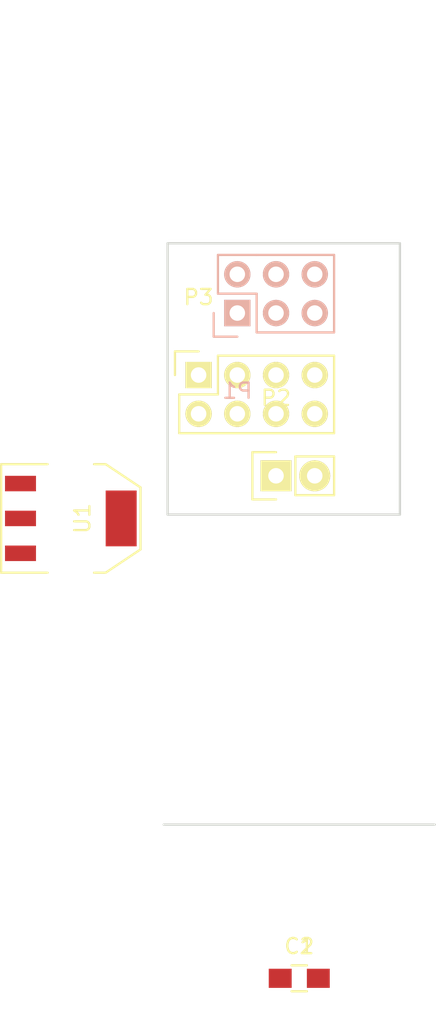
<source format=kicad_pcb>
(kicad_pcb (version 4) (host pcbnew 4.0.2-4+6225~38~ubuntu14.04.1-stable)

  (general
    (links 12)
    (no_connects 11)
    (area 156.034999 87.144999 173.965001 125.395001)
    (thickness 1.6)
    (drawings 11)
    (tracks 0)
    (zones 0)
    (modules 6)
    (nets 7)
  )

  (page A4)
  (layers
    (0 F.Cu signal)
    (31 B.Cu signal)
    (32 B.Adhes user)
    (33 F.Adhes user)
    (34 B.Paste user)
    (35 F.Paste user)
    (36 B.SilkS user)
    (37 F.SilkS user)
    (38 B.Mask user)
    (39 F.Mask user)
    (40 Dwgs.User user)
    (41 Cmts.User user)
    (42 Eco1.User user)
    (43 Eco2.User user)
    (44 Edge.Cuts user)
    (45 Margin user)
    (46 B.CrtYd user)
    (47 F.CrtYd user)
    (48 B.Fab user)
    (49 F.Fab user)
  )

  (setup
    (last_trace_width 0.3048)
    (trace_clearance 0.3048)
    (zone_clearance 0.508)
    (zone_45_only no)
    (trace_min 0.2032)
    (segment_width 0.2)
    (edge_width 0.15)
    (via_size 0.8128)
    (via_drill 0.4064)
    (via_min_size 0.8128)
    (via_min_drill 0.4064)
    (uvia_size 0.2032)
    (uvia_drill 0.1016)
    (uvias_allowed no)
    (uvia_min_size 0.2032)
    (uvia_min_drill 0.1016)
    (pcb_text_width 0.3)
    (pcb_text_size 1.5 1.5)
    (mod_edge_width 0.15)
    (mod_text_size 1 1)
    (mod_text_width 0.15)
    (pad_size 1.524 1.524)
    (pad_drill 0.762)
    (pad_to_mask_clearance 0.2)
    (aux_axis_origin 0 0)
    (grid_origin 165 105)
    (visible_elements FFFFF77F)
    (pcbplotparams
      (layerselection 0x010f0_80000001)
      (usegerberextensions true)
      (usegerberattributes true)
      (excludeedgelayer true)
      (linewidth 0.100000)
      (plotframeref false)
      (viasonmask false)
      (mode 1)
      (useauxorigin false)
      (hpglpennumber 1)
      (hpglpenspeed 20)
      (hpglpendiameter 15)
      (hpglpenoverlay 2)
      (psnegative false)
      (psa4output false)
      (plotreference true)
      (plotvalue true)
      (plotinvisibletext false)
      (padsonsilk false)
      (subtractmaskfromsilk true)
      (outputformat 1)
      (mirror false)
      (drillshape 0)
      (scaleselection 1)
      (outputdirectory ""))
  )

  (net 0 "")
  (net 1 GND)
  (net 2 3V3)
  (net 3 SCK)
  (net 4 MOSI)
  (net 5 MISO)
  (net 6 5V)

  (net_class Default "This is the default net class."
    (clearance 0.3048)
    (trace_width 0.3048)
    (via_dia 0.8128)
    (via_drill 0.4064)
    (uvia_dia 0.2032)
    (uvia_drill 0.1016)
    (add_net 3V3)
    (add_net 5V)
    (add_net GND)
    (add_net MISO)
    (add_net MOSI)
    (add_net SCK)
  )

  (module Socket_Strips:Socket_Strip_Straight_2x04 (layer F.Cu) (tedit 0) (tstamp 571F5DDA)
    (at 158.396 95.856)
    (descr "Through hole socket strip")
    (tags "socket strip")
    (path /57177ADC)
    (fp_text reference P3 (at 0 -5.1) (layer F.SilkS)
      (effects (font (size 1 1) (thickness 0.15)))
    )
    (fp_text value NRF_24L01 (at 0 -3.1) (layer F.Fab)
      (effects (font (size 1 1) (thickness 0.15)))
    )
    (fp_line (start -1.75 -1.75) (end -1.75 4.3) (layer F.CrtYd) (width 0.05))
    (fp_line (start 9.4 -1.75) (end 9.4 4.3) (layer F.CrtYd) (width 0.05))
    (fp_line (start -1.75 -1.75) (end 9.4 -1.75) (layer F.CrtYd) (width 0.05))
    (fp_line (start -1.75 4.3) (end 9.4 4.3) (layer F.CrtYd) (width 0.05))
    (fp_line (start 1.27 -1.27) (end 8.89 -1.27) (layer F.SilkS) (width 0.15))
    (fp_line (start 8.89 -1.27) (end 8.89 3.81) (layer F.SilkS) (width 0.15))
    (fp_line (start 8.89 3.81) (end -1.27 3.81) (layer F.SilkS) (width 0.15))
    (fp_line (start -1.27 3.81) (end -1.27 1.27) (layer F.SilkS) (width 0.15))
    (fp_line (start 0 -1.55) (end -1.55 -1.55) (layer F.SilkS) (width 0.15))
    (fp_line (start -1.27 1.27) (end 1.27 1.27) (layer F.SilkS) (width 0.15))
    (fp_line (start 1.27 1.27) (end 1.27 -1.27) (layer F.SilkS) (width 0.15))
    (fp_line (start -1.55 -1.55) (end -1.55 0) (layer F.SilkS) (width 0.15))
    (pad 1 thru_hole rect (at 0 0) (size 1.7272 1.7272) (drill 1.016) (layers *.Cu *.Mask F.SilkS)
      (net 1 GND))
    (pad 2 thru_hole oval (at 0 2.54) (size 1.7272 1.7272) (drill 1.016) (layers *.Cu *.Mask F.SilkS)
      (net 2 3V3))
    (pad 3 thru_hole oval (at 2.54 0) (size 1.7272 1.7272) (drill 1.016) (layers *.Cu *.Mask F.SilkS))
    (pad 4 thru_hole oval (at 2.54 2.54) (size 1.7272 1.7272) (drill 1.016) (layers *.Cu *.Mask F.SilkS))
    (pad 5 thru_hole oval (at 5.08 0) (size 1.7272 1.7272) (drill 1.016) (layers *.Cu *.Mask F.SilkS)
      (net 3 SCK))
    (pad 6 thru_hole oval (at 5.08 2.54) (size 1.7272 1.7272) (drill 1.016) (layers *.Cu *.Mask F.SilkS)
      (net 4 MOSI))
    (pad 7 thru_hole oval (at 7.62 0) (size 1.7272 1.7272) (drill 1.016) (layers *.Cu *.Mask F.SilkS)
      (net 5 MISO))
    (pad 8 thru_hole oval (at 7.62 2.54) (size 1.7272 1.7272) (drill 1.016) (layers *.Cu *.Mask F.SilkS))
    (model Socket_Strips.3dshapes/Socket_Strip_Straight_2x04.wrl
      (at (xyz 0.15 -0.05 0))
      (scale (xyz 1 1 1))
      (rotate (xyz 0 0 180))
    )
  )

  (module Capacitors_SMD:C_0805_HandSoldering (layer F.Cu) (tedit 541A9B8D) (tstamp 571F9A6D)
    (at 165 135.395001)
    (descr "Capacitor SMD 0805, hand soldering")
    (tags "capacitor 0805")
    (path /571F9F2C)
    (attr smd)
    (fp_text reference C1 (at 0 -2.1) (layer F.SilkS)
      (effects (font (size 1 1) (thickness 0.15)))
    )
    (fp_text value 1uF (at 0 2.1) (layer F.Fab)
      (effects (font (size 1 1) (thickness 0.15)))
    )
    (fp_line (start -2.3 -1) (end 2.3 -1) (layer F.CrtYd) (width 0.05))
    (fp_line (start -2.3 1) (end 2.3 1) (layer F.CrtYd) (width 0.05))
    (fp_line (start -2.3 -1) (end -2.3 1) (layer F.CrtYd) (width 0.05))
    (fp_line (start 2.3 -1) (end 2.3 1) (layer F.CrtYd) (width 0.05))
    (fp_line (start 0.5 -0.85) (end -0.5 -0.85) (layer F.SilkS) (width 0.15))
    (fp_line (start -0.5 0.85) (end 0.5 0.85) (layer F.SilkS) (width 0.15))
    (pad 1 smd rect (at -1.25 0) (size 1.5 1.25) (layers F.Cu F.Paste F.Mask)
      (net 6 5V))
    (pad 2 smd rect (at 1.25 0) (size 1.5 1.25) (layers F.Cu F.Paste F.Mask)
      (net 1 GND))
    (model Capacitors_SMD.3dshapes/C_0805_HandSoldering.wrl
      (at (xyz 0 0 0))
      (scale (xyz 1 1 1))
      (rotate (xyz 0 0 0))
    )
  )

  (module Capacitors_SMD:C_0805_HandSoldering (layer F.Cu) (tedit 541A9B8D) (tstamp 571F9A73)
    (at 165 135.395001)
    (descr "Capacitor SMD 0805, hand soldering")
    (tags "capacitor 0805")
    (path /571F9F2B)
    (attr smd)
    (fp_text reference C2 (at 0 -2.1) (layer F.SilkS)
      (effects (font (size 1 1) (thickness 0.15)))
    )
    (fp_text value 1uF (at 0 2.1) (layer F.Fab)
      (effects (font (size 1 1) (thickness 0.15)))
    )
    (fp_line (start -2.3 -1) (end 2.3 -1) (layer F.CrtYd) (width 0.05))
    (fp_line (start -2.3 1) (end 2.3 1) (layer F.CrtYd) (width 0.05))
    (fp_line (start -2.3 -1) (end -2.3 1) (layer F.CrtYd) (width 0.05))
    (fp_line (start 2.3 -1) (end 2.3 1) (layer F.CrtYd) (width 0.05))
    (fp_line (start 0.5 -0.85) (end -0.5 -0.85) (layer F.SilkS) (width 0.15))
    (fp_line (start -0.5 0.85) (end 0.5 0.85) (layer F.SilkS) (width 0.15))
    (pad 1 smd rect (at -1.25 0) (size 1.5 1.25) (layers F.Cu F.Paste F.Mask)
      (net 2 3V3))
    (pad 2 smd rect (at 1.25 0) (size 1.5 1.25) (layers F.Cu F.Paste F.Mask)
      (net 1 GND))
    (model Capacitors_SMD.3dshapes/C_0805_HandSoldering.wrl
      (at (xyz 0 0 0))
      (scale (xyz 1 1 1))
      (rotate (xyz 0 0 0))
    )
  )

  (module Socket_Strips:Socket_Strip_Straight_2x03 (layer B.Cu) (tedit 54E9F9C7) (tstamp 571F9A74)
    (at 160.936 91.792)
    (descr "Through hole socket strip")
    (tags "socket strip")
    (path /571F9B94)
    (fp_text reference P1 (at 0 5.1) (layer B.SilkS)
      (effects (font (size 1 1) (thickness 0.15)) (justify mirror))
    )
    (fp_text value ICSP (at 0 3.1) (layer B.Fab)
      (effects (font (size 1 1) (thickness 0.15)) (justify mirror))
    )
    (fp_line (start 6.35 1.27) (end 1.27 1.27) (layer B.SilkS) (width 0.15))
    (fp_line (start -1.55 1.55) (end 0 1.55) (layer B.SilkS) (width 0.15))
    (fp_line (start -1.75 1.75) (end -1.75 -4.3) (layer B.CrtYd) (width 0.05))
    (fp_line (start 6.85 1.75) (end 6.85 -4.3) (layer B.CrtYd) (width 0.05))
    (fp_line (start -1.75 1.75) (end 6.85 1.75) (layer B.CrtYd) (width 0.05))
    (fp_line (start -1.75 -4.3) (end 6.85 -4.3) (layer B.CrtYd) (width 0.05))
    (fp_line (start -1.27 -1.27) (end 1.27 -1.27) (layer B.SilkS) (width 0.15))
    (fp_line (start 1.27 -1.27) (end 1.27 1.27) (layer B.SilkS) (width 0.15))
    (fp_line (start 6.35 1.27) (end 6.35 -3.81) (layer B.SilkS) (width 0.15))
    (fp_line (start 6.35 -3.81) (end 1.27 -3.81) (layer B.SilkS) (width 0.15))
    (fp_line (start -1.55 1.55) (end -1.55 0) (layer B.SilkS) (width 0.15))
    (fp_line (start -1.27 -3.81) (end -1.27 -1.27) (layer B.SilkS) (width 0.15))
    (fp_line (start 1.27 -3.81) (end -1.27 -3.81) (layer B.SilkS) (width 0.15))
    (pad 1 thru_hole rect (at 0 0) (size 1.7272 1.7272) (drill 1.016) (layers *.Cu *.Mask B.SilkS)
      (net 5 MISO))
    (pad 2 thru_hole oval (at 0 -2.54) (size 1.7272 1.7272) (drill 1.016) (layers *.Cu *.Mask B.SilkS)
      (net 6 5V))
    (pad 3 thru_hole oval (at 2.54 0) (size 1.7272 1.7272) (drill 1.016) (layers *.Cu *.Mask B.SilkS)
      (net 3 SCK))
    (pad 4 thru_hole oval (at 2.54 -2.54) (size 1.7272 1.7272) (drill 1.016) (layers *.Cu *.Mask B.SilkS)
      (net 4 MOSI))
    (pad 5 thru_hole oval (at 5.08 0) (size 1.7272 1.7272) (drill 1.016) (layers *.Cu *.Mask B.SilkS))
    (pad 6 thru_hole oval (at 5.08 -2.54) (size 1.7272 1.7272) (drill 1.016) (layers *.Cu *.Mask B.SilkS)
      (net 1 GND))
    (model Socket_Strips.3dshapes/Socket_Strip_Straight_2x03.wrl
      (at (xyz 0.1 -0.05 0))
      (scale (xyz 1 1 1))
      (rotate (xyz 0 0 180))
    )
  )

  (module Socket_Strips:Socket_Strip_Straight_1x02 (layer F.Cu) (tedit 54E9F75E) (tstamp 571F9A7D)
    (at 163.476 102.46)
    (descr "Through hole socket strip")
    (tags "socket strip")
    (path /571F9AFD)
    (fp_text reference P2 (at 0 -5.1) (layer F.SilkS)
      (effects (font (size 1 1) (thickness 0.15)))
    )
    (fp_text value CONN_01X02 (at 0 -3.1) (layer F.Fab)
      (effects (font (size 1 1) (thickness 0.15)))
    )
    (fp_line (start -1.55 1.55) (end 0 1.55) (layer F.SilkS) (width 0.15))
    (fp_line (start 3.81 1.27) (end 1.27 1.27) (layer F.SilkS) (width 0.15))
    (fp_line (start -1.75 -1.75) (end -1.75 1.75) (layer F.CrtYd) (width 0.05))
    (fp_line (start 4.3 -1.75) (end 4.3 1.75) (layer F.CrtYd) (width 0.05))
    (fp_line (start -1.75 -1.75) (end 4.3 -1.75) (layer F.CrtYd) (width 0.05))
    (fp_line (start -1.75 1.75) (end 4.3 1.75) (layer F.CrtYd) (width 0.05))
    (fp_line (start 1.27 1.27) (end 1.27 -1.27) (layer F.SilkS) (width 0.15))
    (fp_line (start 0 -1.55) (end -1.55 -1.55) (layer F.SilkS) (width 0.15))
    (fp_line (start -1.55 -1.55) (end -1.55 1.55) (layer F.SilkS) (width 0.15))
    (fp_line (start 1.27 -1.27) (end 3.81 -1.27) (layer F.SilkS) (width 0.15))
    (fp_line (start 3.81 -1.27) (end 3.81 1.27) (layer F.SilkS) (width 0.15))
    (pad 1 thru_hole rect (at 0 0) (size 2.032 2.032) (drill 1.016) (layers *.Cu *.Mask F.SilkS))
    (pad 2 thru_hole oval (at 2.54 0) (size 2.032 2.032) (drill 1.016) (layers *.Cu *.Mask F.SilkS))
    (model Socket_Strips.3dshapes/Socket_Strip_Straight_1x02.wrl
      (at (xyz 0.05 0 0))
      (scale (xyz 1 1 1))
      (rotate (xyz 0 0 180))
    )
  )

  (module TO_SOT_Packages_SMD:SOT-223 (layer F.Cu) (tedit 0) (tstamp 571F9A89)
    (at 150.014 105.254 270)
    (descr "module CMS SOT223 4 pins")
    (tags "CMS SOT")
    (path /571F9F50)
    (attr smd)
    (fp_text reference U1 (at 0 -0.762 270) (layer F.SilkS)
      (effects (font (size 1 1) (thickness 0.15)))
    )
    (fp_text value MCP1755ST-3302E/DB (at 0 0.762 270) (layer F.Fab)
      (effects (font (size 1 1) (thickness 0.15)))
    )
    (fp_line (start -3.556 1.524) (end -3.556 4.572) (layer F.SilkS) (width 0.15))
    (fp_line (start -3.556 4.572) (end 3.556 4.572) (layer F.SilkS) (width 0.15))
    (fp_line (start 3.556 4.572) (end 3.556 1.524) (layer F.SilkS) (width 0.15))
    (fp_line (start -3.556 -1.524) (end -3.556 -2.286) (layer F.SilkS) (width 0.15))
    (fp_line (start -3.556 -2.286) (end -2.032 -4.572) (layer F.SilkS) (width 0.15))
    (fp_line (start -2.032 -4.572) (end 2.032 -4.572) (layer F.SilkS) (width 0.15))
    (fp_line (start 2.032 -4.572) (end 3.556 -2.286) (layer F.SilkS) (width 0.15))
    (fp_line (start 3.556 -2.286) (end 3.556 -1.524) (layer F.SilkS) (width 0.15))
    (pad 4 smd rect (at 0 -3.302 270) (size 3.6576 2.032) (layers F.Cu F.Paste F.Mask)
      (net 1 GND))
    (pad 2 smd rect (at 0 3.302 270) (size 1.016 2.032) (layers F.Cu F.Paste F.Mask)
      (net 1 GND))
    (pad 3 smd rect (at 2.286 3.302 270) (size 1.016 2.032) (layers F.Cu F.Paste F.Mask)
      (net 2 3V3))
    (pad 1 smd rect (at -2.286 3.302 270) (size 1.016 2.032) (layers F.Cu F.Paste F.Mask)
      (net 6 5V))
    (model TO_SOT_Packages_SMD.3dshapes/SOT-223.wrl
      (at (xyz 0 0 0))
      (scale (xyz 0.4 0.4 0.4))
      (rotate (xyz 0 0 0))
    )
  )

  (gr_line (start 156.464 100.33) (end 171.704 100.33) (angle 90) (layer Dwgs.User) (width 0.2) (tstamp 571F9D66))
  (gr_line (start 171.704 71.374) (end 171.704 100.374) (angle 90) (layer Dwgs.User) (width 0.2) (tstamp 571F9D5D))
  (gr_line (start 156.464 71.374) (end 156.464 100.374) (angle 90) (layer Dwgs.User) (width 0.2))
  (gr_line (start 156.464 71.374) (end 171.704 71.374) (angle 90) (layer Dwgs.User) (width 0.2))
  (gr_line (start 156.364 105) (end 156.364 87.22) (angle 90) (layer Edge.Cuts) (width 0.15))
  (gr_line (start 171.604 105) (end 156.364 105) (angle 90) (layer Edge.Cuts) (width 0.15))
  (gr_line (start 171.604 87.22) (end 171.604 105) (angle 90) (layer Edge.Cuts) (width 0.15))
  (gr_line (start 156.364 87.22) (end 171.604 87.22) (angle 90) (layer Edge.Cuts) (width 0.15))
  (dimension 15.24 (width 0.3) (layer Cmts.User)
    (gr_text "15.240 mm" (at 163.984 112.954) (layer Cmts.User)
      (effects (font (size 1.5 1.5) (thickness 0.3)))
    )
    (feature1 (pts (xy 156.364 85.188) (xy 156.364 114.304)))
    (feature2 (pts (xy 171.604 85.188) (xy 171.604 114.304)))
    (crossbar (pts (xy 171.604 111.604) (xy 156.364 111.604)))
    (arrow1a (pts (xy 156.364 111.604) (xy 157.490504 111.017579)))
    (arrow1b (pts (xy 156.364 111.604) (xy 157.490504 112.190421)))
    (arrow2a (pts (xy 171.604 111.604) (xy 170.477496 111.017579)))
    (arrow2b (pts (xy 171.604 111.604) (xy 170.477496 112.190421)))
  )
  (dimension 5.588 (width 0.3) (layer Cmts.User)
    (gr_text "5.588 mm" (at 168.81 108.382) (layer Cmts.User)
      (effects (font (size 1.5 1.5) (thickness 0.3)))
    )
    (feature1 (pts (xy 171.604 84.68) (xy 171.604 109.732)))
    (feature2 (pts (xy 166.016 84.68) (xy 166.016 109.732)))
    (crossbar (pts (xy 166.016 107.032) (xy 171.604 107.032)))
    (arrow1a (pts (xy 171.604 107.032) (xy 170.477496 107.618421)))
    (arrow1b (pts (xy 171.604 107.032) (xy 170.477496 106.445579)))
    (arrow2a (pts (xy 166.016 107.032) (xy 167.142504 107.618421)))
    (arrow2b (pts (xy 166.016 107.032) (xy 167.142504 106.445579)))
  )
  (gr_line (start 156.11 125.32) (end 173.89 125.32) (angle 90) (layer Edge.Cuts) (width 0.15))

)

</source>
